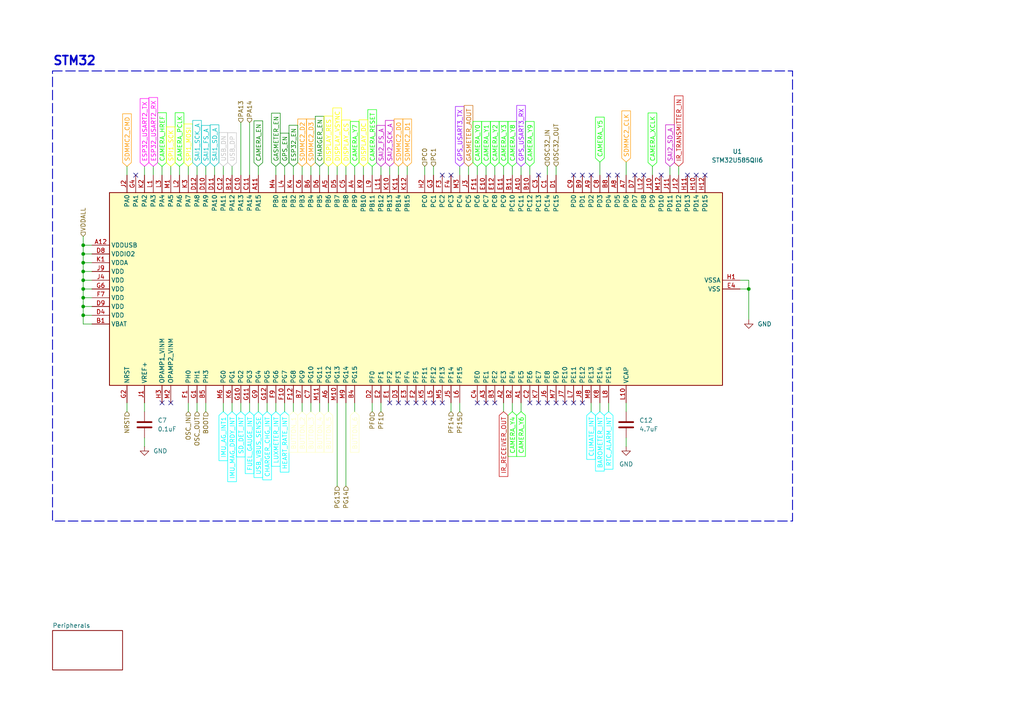
<source format=kicad_sch>
(kicad_sch (version 20250114) (generator "eeschema") (generator_version "9.0")
  (paper "A4")
  (title_block (title "HRVSTR") (date "2025-07-13") (rev "V1.0") (company "Smuggr"))
  (lib_symbols
    (symbol "Device:C" (pin_numbers (hide yes)) (pin_names (offset 0.254))
      (property "Reference" "C" (at 0.635 2.54 0))
      (property "Value" "C" (at 0.635 -2.54 0))
      (symbol "C_0_1"
        (polyline (pts (xy -2.032 0.762) (xy 2.032 0.762)) (stroke (width 0.508)))
        (polyline (pts (xy -2.032 -0.762) (xy 2.032 -0.762)) (stroke (width 0.508)))
      )
      (symbol "C_1_1"
        (pin passive line (at 0 3.81 270) (length 2.794) (name "~") (number "1"))
        (pin passive line (at 0 -3.81 90) (length 2.794) (name "~") (number "2"))
      )
    )
    (symbol "MCU_ST_STM32U5:STM32U585QIIx"
      (property "Reference" "U" (at -27.94 90.17 0))
      (property "Value" "STM32U585QIIx" (at 15.24 90.17 0))
      (symbol "STM32U585QIIx_0_1"
        (rectangle (start -27.94 -88.9) (end 27.94 88.9) (stroke (width 0.254)) (fill (type background)))
      )
      (symbol "STM32U585QIIx_1_1"
        (pin input line (at -33.02 83.82 0) (length 5.08) (name "NRST") (number "G2"))
        (pin input line (at -33.02 78.74 0) (length 5.08) (name "VREF+") (number "J1"))
        (pin bidirectional line (at -33.02 73.66 0) (length 5.08) (name "OPAMP1_VINM") (number "H3"))
        (pin bidirectional line (at -33.02 71.12 0) (length 5.08) (name "OPAMP2_VINM") (number "M2"))
        (pin bidirectional line (at -33.02 66.04 0) (length 5.08) (name "PH0") (number "F1"))
        (pin bidirectional line (at -33.02 63.5 0) (length 5.08) (name "PH1") (number "G1"))
        (pin bidirectional line (at -33.02 60.96 0) (length 5.08) (name "PH3") (number "B5"))
        (pin bidirectional line (at -33.02 55.88 0) (length 5.08) (name "PG0") (number "M6"))
        (pin bidirectional line (at -33.02 53.34 0) (length 5.08) (name "PG1") (number "K6"))
        (pin bidirectional line (at -33.02 50.8 0) (length 5.08) (name "PG2") (number "G10"))
        (pin bidirectional line (at -33.02 48.26 0) (length 5.08) (name "PG3") (number "G11"))
        (pin bidirectional line (at -33.02 45.72 0) (length 5.08) (name "PG4") (number "G9"))
        (pin bidirectional line (at -33.02 43.18 0) (length 5.08) (name "PG5") (number "G12"))
        (pin bidirectional line (at -33.02 40.64 0) (length 5.08) (name "PG6") (number "F9"))
        (pin bidirectional line (at -33.02 38.1 0) (length 5.08) (name "PG7") (number "F10"))
        (pin bidirectional line (at -33.02 35.56 0) (length 5.08) (name "PG8") (number "F12"))
        (pin bidirectional line (at -33.02 33.02 0) (length 5.08) (name "PG9") (number "B7"))
        (pin bidirectional line (at -33.02 30.48 0) (length 5.08) (name "PG10") (number "C7"))
        (pin bidirectional line (at -33.02 27.94 0) (length 5.08) (name "PG11") (number "M11"))
        (pin bidirectional line (at -33.02 25.4 0) (length 5.08) (name "PG12") (number "A6"))
        (pin bidirectional line (at -33.02 22.86 0) (length 5.08) (name "PG13") (number "M10"))
        (pin bidirectional line (at -33.02 20.32 0) (length 5.08) (name "PG14") (number "M9"))
        (pin bidirectional line (at -33.02 17.78 0) (length 5.08) (name "PG15") (number "B4"))
        (pin bidirectional line (at -33.02 12.7 0) (length 5.08) (name "PF0") (number "D2"))
        (pin bidirectional line (at -33.02 10.16 0) (length 5.08) (name "PF1") (number "E2"))
        (pin bidirectional line (at -33.02 7.62 0) (length 5.08) (name "PF2") (number "E1"))
        (pin bidirectional line (at -33.02 5.08 0) (length 5.08) (name "PF3") (number "D3"))
        (pin bidirectional line (at -33.02 2.54 0) (length 5.08) (name "PF4") (number "E3"))
        (pin bidirectional line (at -33.02 0 0) (length 5.08) (name "PF5") (number "F2"))
        (pin bidirectional line (at -33.02 -2.54 0) (length 5.08) (name "PF11") (number "K5"))
        (pin bidirectional line (at -33.02 -5.08 0) (length 5.08) (name "PF12") (number "L5"))
        (pin bidirectional line (at -33.02 -7.62 0) (length 5.08) (name "PF13") (number "M5"))
        (pin bidirectional line (at -33.02 -10.16 0) (length 5.08) (name "PF14") (number "J5"))
        (pin bidirectional line (at -33.02 -12.7 0) (length 5.08) (name "PF15") (number "L6"))
        (pin bidirectional line (at -33.02 -17.78 0) (length 5.08) (name "PE0") (number "C4"))
        (pin bidirectional line (at -33.02 -20.32 0) (length 5.08) (name "PE1") (number "A3"))
        (pin bidirectional line (at -33.02 -22.86 0) (length 5.08) (name "PE2") (number "B3"))
        (pin bidirectional line (at -33.02 -25.4 0) (length 5.08) (name "PE3") (number "A2"))
        (pin bidirectional line (at -33.02 -27.94 0) (length 5.08) (name "PE4") (number "B2"))
        (pin bidirectional line (at -33.02 -30.48 0) (length 5.08) (name "PE5") (number "A1"))
        (pin bidirectional line (at -33.02 -33.02 0) (length 5.08) (name "PE6") (number "C2"))
        (pin bidirectional line (at -33.02 -35.56 0) (length 5.08) (name "PE7") (number "K7"))
        (pin bidirectional line (at -33.02 -38.1 0) (length 5.08) (name "PE8") (number "J6"))
        (pin bidirectional line (at -33.02 -40.64 0) (length 5.08) (name "PE9") (number "M7"))
        (pin bidirectional line (at -33.02 -43.18 0) (length 5.08) (name "PE10") (number "J7"))
        (pin bidirectional line (at -33.02 -45.72 0) (length 5.08) (name "PE11") (number "L7"))
        (pin bidirectional line (at -33.02 -48.26 0) (length 5.08) (name "PE12") (number "J8"))
        (pin bidirectional line (at -33.02 -50.8 0) (length 5.08) (name "PE13") (number "M8"))
        (pin bidirectional line (at -33.02 -53.34 0) (length 5.08) (name "PE14") (number "K8"))
        (pin bidirectional line (at -33.02 -55.88 0) (length 5.08) (name "PE15") (number "L8"))
        (pin power_out line (at -33.02 -60.96 0) (length 5.08) (name "VCAP") (number "L10"))
        (pin power_in line (at -10.16 93.98 270) (length 5.08) (name "VBAT") (number "B1"))
        (pin power_in line (at -7.62 93.98 270) (length 5.08) (name "VDD") (number "D4"))
        (pin power_in line (at -5.08 93.98 270) (length 5.08) (name "VDD") (number "D9"))
        (pin power_in line (at -2.54 93.98 270) (length 5.08) (name "VDD") (number "F7"))
        (pin power_in line (at 0 93.98 270) (length 5.08) (name "VDD") (number "G6"))
        (pin power_in line (at 0 -93.98 90) (length 5.08) (name "VSS") (number "E4"))
        (pin passive line (at 0 -93.98 90) (length 5.08) (hide yes) (name "VSS") (number "E9"))
        (pin passive line (at 0 -93.98 90) (length 5.08) (hide yes) (name "VSS") (number "F6"))
        (pin passive line (at 0 -93.98 90) (length 5.08) (hide yes) (name "VSS") (number "G7"))
        (pin passive line (at 0 -93.98 90) (length 5.08) (hide yes) (name "VSS") (number "H4"))
        (pin passive line (at 0 -93.98 90) (length 5.08) (hide yes) (name "VSS") (number "H9"))
        (pin power_in line (at 2.54 93.98 270) (length 5.08) (name "VDD") (number "J4"))
        (pin power_in line (at 2.54 -93.98 90) (length 5.08) (name "VSSA") (number "H1"))
        (pin power_in line (at 5.08 93.98 270) (length 5.08) (name "VDD") (number "J9"))
        (pin power_in line (at 7.62 93.98 270) (length 5.08) (name "VDDA") (number "K1"))
        (pin power_in line (at 10.16 93.98 270) (length 5.08) (name "VDDIO2") (number "D8"))
        (pin power_in line (at 12.7 93.98 270) (length 5.08) (name "VDDUSB") (number "A12"))
        (pin bidirectional line (at 33.02 83.82 180) (length 5.08) (name "PA0") (number "J2"))
        (pin bidirectional line (at 33.02 81.28 180) (length 5.08) (name "PA1") (number "G4"))
        (pin bidirectional line (at 33.02 78.74 180) (length 5.08) (name "PA2") (number "K2"))
        (pin bidirectional line (at 33.02 76.2 180) (length 5.08) (name "PA3") (number "L1"))
        (pin bidirectional line (at 33.02 73.66 180) (length 5.08) (name "PA4") (number "L3"))
        (pin bidirectional line (at 33.02 71.12 180) (length 5.08) (name "PA5") (number "M1"))
        (pin bidirectional line (at 33.02 68.58 180) (length 5.08) (name "PA6") (number "L2"))
        (pin bidirectional line (at 33.02 66.04 180) (length 5.08) (name "PA7") (number "K3"))
        (pin bidirectional line (at 33.02 63.5 180) (length 5.08) (name "PA8") (number "D12"))
        (pin bidirectional line (at 33.02 60.96 180) (length 5.08) (name "PA9") (number "D10"))
        (pin bidirectional line (at 33.02 58.42 180) (length 5.08) (name "PA10") (number "D11"))
        (pin bidirectional line (at 33.02 55.88 180) (length 5.08) (name "PA11") (number "C12"))
        (pin bidirectional line (at 33.02 53.34 180) (length 5.08) (name "PA12") (number "B12"))
        (pin bidirectional line (at 33.02 50.8 180) (length 5.08) (name "PA13") (number "C10"))
        (pin bidirectional line (at 33.02 48.26 180) (length 5.08) (name "PA14") (number "C11"))
        (pin bidirectional line (at 33.02 45.72 180) (length 5.08) (name "PA15") (number "A11"))
        (pin bidirectional line (at 33.02 40.64 180) (length 5.08) (name "PB0") (number "M4"))
        (pin bidirectional line (at 33.02 38.1 180) (length 5.08) (name "PB1") (number "L4"))
        (pin bidirectional line (at 33.02 35.56 180) (length 5.08) (name "PB2") (number "K4"))
        (pin bidirectional line (at 33.02 33.02 180) (length 5.08) (name "PB3") (number "C6"))
        (pin bidirectional line (at 33.02 30.48 180) (length 5.08) (name "PB4") (number "B6"))
        (pin bidirectional line (at 33.02 27.94 180) (length 5.08) (name "PB5") (number "D6"))
        (pin bidirectional line (at 33.02 25.4 180) (length 5.08) (name "PB6") (number "A5"))
        (pin bidirectional line (at 33.02 22.86 180) (length 5.08) (name "PB7") (number "D5"))
        (pin bidirectional line (at 33.02 20.32 180) (length 5.08) (name "PB8") (number "C5"))
        (pin bidirectional line (at 33.02 17.78 180) (length 5.08) (name "PB9") (number "A4"))
        (pin bidirectional line (at 33.02 15.24 180) (length 5.08) (name "PB10") (number "K9"))
        (pin bidirectional line (at 33.02 12.7 180) (length 5.08) (name "PB11") (number "L9"))
        (pin bidirectional line (at 33.02 10.16 180) (length 5.08) (name "PB12") (number "L11"))
        (pin bidirectional line (at 33.02 7.62 180) (length 5.08) (name "PB13") (number "K10"))
        (pin bidirectional line (at 33.02 5.08 180) (length 5.08) (name "PB14") (number "K11"))
        (pin bidirectional line (at 33.02 2.54 180) (length 5.08) (name "PB15") (number "K12"))
        (pin bidirectional line (at 33.02 -2.54 180) (length 5.08) (name "PC0") (number "H2"))
        (pin bidirectional line (at 33.02 -5.08 180) (length 5.08) (name "PC1") (number "G3"))
        (pin bidirectional line (at 33.02 -7.62 180) (length 5.08) (name "PC2") (number "F3"))
        (pin bidirectional line (at 33.02 -10.16 180) (length 5.08) (name "PC3") (number "F4"))
        (pin bidirectional line (at 33.02 -12.7 180) (length 5.08) (name "PC4") (number "M3"))
        (pin bidirectional line (at 33.02 -15.24 180) (length 5.08) (name "PC5") (number "J3"))
        (pin bidirectional line (at 33.02 -17.78 180) (length 5.08) (name "PC6") (number "F11"))
        (pin bidirectional line (at 33.02 -20.32 180) (length 5.08) (name "PC7") (number "E10"))
        (pin bidirectional line (at 33.02 -22.86 180) (length 5.08) (name "PC8") (number "E12"))
        (pin bidirectional line (at 33.02 -25.4 180) (length 5.08) (name "PC9") (number "E11"))
        (pin bidirectional line (at 33.02 -27.94 180) (length 5.08) (name "PC10") (number "B11"))
        (pin bidirectional line (at 33.02 -30.48 180) (length 5.08) (name "PC11") (number "A10"))
        (pin bidirectional line (at 33.02 -33.02 180) (length 5.08) (name "PC12") (number "B10"))
        (pin bidirectional line (at 33.02 -35.56 180) (length 5.08) (name "PC13") (number "C3"))
        (pin bidirectional line (at 33.02 -38.1 180) (length 5.08) (name "PC14") (number "C1"))
        (pin bidirectional line (at 33.02 -40.64 180) (length 5.08) (name "PC15") (number "D1"))
        (pin bidirectional line (at 33.02 -45.72 180) (length 5.08) (name "PD0") (number "C9"))
        (pin bidirectional line (at 33.02 -48.26 180) (length 5.08) (name "PD1") (number "B9"))
        (pin bidirectional line (at 33.02 -50.8 180) (length 5.08) (name "PD2") (number "A9"))
        (pin bidirectional line (at 33.02 -53.34 180) (length 5.08) (name "PD3") (number "C8"))
        (pin bidirectional line (at 33.02 -55.88 180) (length 5.08) (name "PD4") (number "B8"))
        (pin bidirectional line (at 33.02 -58.42 180) (length 5.08) (name "PD5") (number "A8"))
        (pin bidirectional line (at 33.02 -60.96 180) (length 5.08) (name "PD6") (number "A7"))
        (pin bidirectional line (at 33.02 -63.5 180) (length 5.08) (name "PD7") (number "D7"))
        (pin bidirectional line (at 33.02 -66.04 180) (length 5.08) (name "PD8") (number "L12"))
        (pin bidirectional line (at 33.02 -68.58 180) (length 5.08) (name "PD9") (number "J10"))
        (pin bidirectional line (at 33.02 -71.12 180) (length 5.08) (name "PD10") (number "M12"))
        (pin bidirectional line (at 33.02 -73.66 180) (length 5.08) (name "PD11") (number "J11"))
        (pin bidirectional line (at 33.02 -76.2 180) (length 5.08) (name "PD12") (number "J12"))
        (pin bidirectional line (at 33.02 -78.74 180) (length 5.08) (name "PD13") (number "H11"))
        (pin bidirectional line (at 33.02 -81.28 180) (length 5.08) (name "PD14") (number "H10"))
        (pin bidirectional line (at 33.02 -83.82 180) (length 5.08) (name "PD15") (number "H12"))
      )
    )
    (symbol "power:GND" (power) (pin_numbers (hide yes)) (pin_names (offset 0) (hide yes))
      (property "Value" "GND" (at 0 -3.81 0))
      (symbol "GND_0_1"
        (polyline (pts (xy 0 0) (xy 0 -1.27) (xy 1.27 -1.27) (xy 0 -2.54) (xy -1.27 -1.27) (xy 0 -1.27)))
      )
      (symbol "GND_1_1"
        (pin power_in line (at 0 0 270) (length 0) (name "~") (number "1"))
      )
    )
  )
  (rectangle (start 15.24 20.574) (end 229.87 151.13) (stroke (width 0.254) (type dash)))
  (text "STM32" (at 15.24 17.78 0) (effects (font (size 2.54 2.54) (thickness 0.508) (bold yes)) (justify left)))
  (junction (at 24.13 78.74))
  (junction (at 24.13 88.9))
  (junction (at 24.13 73.66))
  (junction (at 24.13 76.2))
  (junction (at 24.13 81.28))
  (junction (at 217.17 83.82))
  (junction (at 24.13 91.44))
  (junction (at 24.13 71.12))
  (junction (at 24.13 83.82))
  (junction (at 24.13 86.36))
  (no_connect (at 153.67 116.84))
  (no_connect (at 138.43 116.84))
  (no_connect (at 130.81 50.8))
  (no_connect (at 184.15 50.8))
  (no_connect (at 39.37 50.8))
  (no_connect (at 115.57 116.84))
  (no_connect (at 166.37 116.84))
  (no_connect (at 163.83 116.84))
  (no_connect (at 113.03 116.84))
  (no_connect (at 143.51 116.84))
  (no_connect (at 168.91 116.84))
  (no_connect (at 186.69 50.8))
  (no_connect (at 128.27 116.84))
  (no_connect (at 125.73 116.84))
  (no_connect (at 118.11 116.84))
  (no_connect (at 123.19 116.84))
  (no_connect (at 168.91 50.8))
  (no_connect (at 156.21 116.84))
  (no_connect (at 204.47 50.8))
  (no_connect (at 46.99 116.84))
  (no_connect (at 161.29 116.84))
  (no_connect (at 156.21 50.8))
  (no_connect (at 128.27 50.8))
  (no_connect (at 201.93 50.8))
  (no_connect (at 120.65 116.84))
  (no_connect (at 140.97 116.84))
  (no_connect (at 158.75 116.84))
  (no_connect (at 199.39 50.8))
  (no_connect (at 166.37 50.8))
  (no_connect (at 179.07 50.8))
  (no_connect (at 176.53 50.8))
  (no_connect (at 171.45 50.8))
  (no_connect (at 49.53 116.84))
  (no_connect (at 191.77 50.8))
  (wire (pts (xy 36.83 48.26) (xy 36.83 50.8)))
  (wire (pts (xy 217.17 92.71) (xy 217.17 83.82)))
  (wire (pts (xy 57.15 48.26) (xy 57.15 50.8)))
  (wire (pts (xy 189.23 50.8) (xy 189.23 48.26)))
  (wire (pts (xy 171.45 116.84) (xy 171.45 119.38)))
  (wire (pts (xy 26.67 81.28) (xy 24.13 81.28)))
  (wire (pts (xy 140.97 48.26) (xy 140.97 50.8)))
  (wire (pts (xy 95.25 48.26) (xy 95.25 50.8)))
  (wire (pts (xy 24.13 88.9) (xy 24.13 91.44)))
  (wire (pts (xy 138.43 48.26) (xy 138.43 50.8)))
  (wire (pts (xy 92.71 116.84) (xy 92.71 119.38)))
  (wire (pts (xy 143.51 48.26) (xy 143.51 50.8)))
  (wire (pts (xy 74.93 48.26) (xy 74.93 50.8)))
  (wire (pts (xy 161.29 48.26) (xy 161.29 50.8)))
  (wire (pts (xy 107.95 48.26) (xy 107.95 50.8)))
  (wire (pts (xy 87.63 116.84) (xy 87.63 119.38)))
  (wire (pts (xy 100.33 48.26) (xy 100.33 50.8)))
  (wire (pts (xy 26.67 78.74) (xy 24.13 78.74)))
  (wire (pts (xy 181.61 46.99) (xy 181.61 50.8)))
  (wire (pts (xy 64.77 48.26) (xy 64.77 50.8)))
  (wire (pts (xy 102.87 116.84) (xy 102.87 119.38)))
  (wire (pts (xy 54.61 119.38) (xy 54.61 116.84)))
  (wire (pts (xy 26.67 93.98) (xy 24.13 93.98)))
  (wire (pts (xy 133.35 116.84) (xy 133.35 119.38)))
  (wire (pts (xy 130.81 116.84) (xy 130.81 119.38)))
  (wire (pts (xy 62.23 48.26) (xy 62.23 50.8)))
  (wire (pts (xy 105.41 48.26) (xy 105.41 50.8)))
  (wire (pts (xy 151.13 48.26) (xy 151.13 50.8)))
  (wire (pts (xy 196.85 48.26) (xy 196.85 50.8)))
  (wire (pts (xy 69.85 116.84) (xy 69.85 119.38)))
  (wire (pts (xy 46.99 48.26) (xy 46.99 50.8)))
  (wire (pts (xy 24.13 83.82) (xy 24.13 86.36)))
  (wire (pts (xy 102.87 48.26) (xy 102.87 50.8)))
  (wire (pts (xy 67.31 48.26) (xy 67.31 50.8)))
  (wire (pts (xy 97.79 48.26) (xy 97.79 50.8)))
  (wire (pts (xy 64.77 116.84) (xy 64.77 119.38)))
  (wire (pts (xy 67.31 116.84) (xy 67.31 119.38)))
  (wire (pts (xy 69.85 35.56) (xy 69.85 50.8)))
  (wire (pts (xy 72.39 116.84) (xy 72.39 119.38)))
  (wire (pts (xy 90.17 116.84) (xy 90.17 119.38)))
  (wire (pts (xy 110.49 116.84) (xy 110.49 119.38)))
  (wire (pts (xy 41.91 116.84) (xy 41.91 119.38)))
  (wire (pts (xy 110.49 48.26) (xy 110.49 50.8)))
  (wire (pts (xy 24.13 76.2) (xy 24.13 78.74)))
  (wire (pts (xy 92.71 48.26) (xy 92.71 50.8)))
  (wire (pts (xy 158.75 48.26) (xy 158.75 50.8)))
  (wire (pts (xy 97.79 116.84) (xy 97.79 140.97)))
  (wire (pts (xy 77.47 116.84) (xy 77.47 119.38)))
  (wire (pts (xy 74.93 116.84) (xy 74.93 119.38)))
  (wire (pts (xy 214.63 81.28) (xy 217.17 81.28)))
  (wire (pts (xy 181.61 127) (xy 181.61 129.54)))
  (wire (pts (xy 24.13 68.58) (xy 24.13 71.12)))
  (wire (pts (xy 52.07 48.26) (xy 52.07 50.8)))
  (wire (pts (xy 133.35 48.26) (xy 133.35 50.8)))
  (wire (pts (xy 87.63 48.26) (xy 87.63 50.8)))
  (wire (pts (xy 194.31 48.26) (xy 194.31 50.8)))
  (wire (pts (xy 135.89 48.26) (xy 135.89 50.8)))
  (wire (pts (xy 26.67 71.12) (xy 24.13 71.12)))
  (wire (pts (xy 173.99 46.99) (xy 173.99 50.8)))
  (wire (pts (xy 36.83 119.38) (xy 36.83 116.84)))
  (wire (pts (xy 26.67 73.66) (xy 24.13 73.66)))
  (wire (pts (xy 123.19 48.26) (xy 123.19 50.8)))
  (wire (pts (xy 59.69 119.38) (xy 59.69 116.84)))
  (wire (pts (xy 176.53 116.84) (xy 176.53 119.38)))
  (wire (pts (xy 41.91 127) (xy 41.91 129.54)))
  (wire (pts (xy 80.01 116.84) (xy 80.01 119.38)))
  (wire (pts (xy 24.13 93.98) (xy 24.13 91.44)))
  (wire (pts (xy 59.69 48.26) (xy 59.69 50.8)))
  (wire (pts (xy 26.67 86.36) (xy 24.13 86.36)))
  (wire (pts (xy 151.13 116.84) (xy 151.13 119.38)))
  (wire (pts (xy 125.73 48.26) (xy 125.73 50.8)))
  (wire (pts (xy 49.53 48.26) (xy 49.53 50.8)))
  (wire (pts (xy 44.45 48.26) (xy 44.45 50.8)))
  (wire (pts (xy 146.05 48.26) (xy 146.05 50.8)))
  (wire (pts (xy 24.13 73.66) (xy 24.13 76.2)))
  (wire (pts (xy 153.67 48.26) (xy 153.67 50.8)))
  (wire (pts (xy 217.17 83.82) (xy 214.63 83.82)))
  (wire (pts (xy 82.55 48.26) (xy 82.55 50.8)))
  (wire (pts (xy 115.57 48.26) (xy 115.57 50.8)))
  (wire (pts (xy 148.59 48.26) (xy 148.59 50.8)))
  (wire (pts (xy 90.17 48.26) (xy 90.17 50.8)))
  (wire (pts (xy 57.15 119.38) (xy 57.15 116.84)))
  (wire (pts (xy 26.67 88.9) (xy 24.13 88.9)))
  (wire (pts (xy 107.95 116.84) (xy 107.95 119.38)))
  (wire (pts (xy 72.39 35.56) (xy 72.39 50.8)))
  (wire (pts (xy 95.25 116.84) (xy 95.25 119.38)))
  (wire (pts (xy 113.03 48.26) (xy 113.03 50.8)))
  (wire (pts (xy 80.01 48.26) (xy 80.01 50.8)))
  (wire (pts (xy 148.59 116.84) (xy 148.59 119.38)))
  (wire (pts (xy 146.05 116.84) (xy 146.05 119.38)))
  (wire (pts (xy 24.13 86.36) (xy 24.13 88.9)))
  (wire (pts (xy 100.33 116.84) (xy 100.33 140.97)))
  (wire (pts (xy 24.13 71.12) (xy 24.13 73.66)))
  (wire (pts (xy 41.91 48.26) (xy 41.91 50.8)))
  (wire (pts (xy 26.67 83.82) (xy 24.13 83.82)))
  (wire (pts (xy 85.09 48.26) (xy 85.09 50.8)))
  (wire (pts (xy 173.99 116.84) (xy 173.99 119.38)))
  (wire (pts (xy 118.11 48.26) (xy 118.11 50.8)))
  (wire (pts (xy 181.61 116.84) (xy 181.61 119.38)))
  (wire (pts (xy 24.13 81.28) (xy 24.13 83.82)))
  (wire (pts (xy 54.61 48.26) (xy 54.61 50.8)))
  (wire (pts (xy 24.13 78.74) (xy 24.13 81.28)))
  (wire (pts (xy 82.55 116.84) (xy 82.55 119.38)))
  (wire (pts (xy 85.09 116.84) (xy 85.09 119.38)))
  (wire (pts (xy 24.13 91.44) (xy 26.67 91.44)))
  (wire (pts (xy 26.67 76.2) (xy 24.13 76.2)))
  (wire (pts (xy 217.17 81.28) (xy 217.17 83.82)))
  (global_label "SD_DET_INT" (shape input) (at 69.85 119.38 270) (property "Intersheetrefs" "${INTERSHEET_REFS}" (effects (hide yes))))
  (global_label "SAI2_FS_A" (shape input) (at 110.49 48.26 90) (property "Intersheetrefs" "${INTERSHEET_REFS}" (effects (hide yes))))
  (global_label "CAMERA_HREF" (shape input) (at 46.99 48.26 90) (property "Intersheetrefs" "${INTERSHEET_REFS}" (effects (hide yes))))
  (global_label "SDMMC2_D2" (shape input) (at 87.63 48.26 90) (property "Intersheetrefs" "${INTERSHEET_REFS}" (effects (hide yes))))
  (global_label "DISPLAY_RES" (shape input) (at 95.25 48.26 90) (property "Intersheetrefs" "${INTERSHEET_REFS}" (effects (hide yes))))
  (global_label "CAMERA_Y5" (shape input) (at 173.99 46.99 90) (property "Intersheetrefs" "${INTERSHEET_REFS}" (effects (hide yes))))
  (global_label "SDMMC2_CMD" (shape input) (at 36.83 48.26 90) (property "Intersheetrefs" "${INTERSHEET_REFS}" (effects (hide yes))))
  (global_label "SDMMC2_D3" (shape input) (at 90.17 48.26 90) (property "Intersheetrefs" "${INTERSHEET_REFS}" (effects (hide yes))))
  (global_label "CAMERA_Y4" (shape input) (at 148.59 119.38 270) (property "Intersheetrefs" "${INTERSHEET_REFS}" (effects (hide yes))))
  (global_label "GPS_EN" (shape input) (at 82.55 48.26 90) (property "Intersheetrefs" "${INTERSHEET_REFS}" (effects (hide yes))))
  (global_label "DISPLAY_CS" (shape input) (at 100.33 48.26 90) (property "Intersheetrefs" "${INTERSHEET_REFS}" (effects (hide yes))))
  (global_label "GPS_USART3_TX" (shape input) (at 133.35 48.26 90) (property "Intersheetrefs" "${INTERSHEET_REFS}" (effects (hide yes))))
  (global_label "GASMETER_EN" (shape input) (at 80.01 48.26 90) (property "Intersheetrefs" "${INTERSHEET_REFS}" (effects (hide yes))))
  (global_label "BUTTON_5" (shape input) (at 95.25 119.38 270) (property "Intersheetrefs" "${INTERSHEET_REFS}" (effects (hide yes))))
  (global_label "IMU_MAG_DRDY_INT" (shape input) (at 67.31 119.38 270) (property "Intersheetrefs" "${INTERSHEET_REFS}" (effects (hide yes))))
  (global_label "BAROMETER_INT" (shape input) (at 173.99 119.38 270) (property "Intersheetrefs" "${INTERSHEET_REFS}" (effects (hide yes))))
  (global_label "SAI2_SD_A" (shape input) (at 194.31 48.26 90) (property "Intersheetrefs" "${INTERSHEET_REFS}" (effects (hide yes))))
  (global_label "USB_DP" (shape input) (at 67.31 48.26 90) (property "Intersheetrefs" "${INTERSHEET_REFS}" (effects (hide yes))))
  (global_label "SDMMC2_D1" (shape input) (at 118.11 48.26 90) (property "Intersheetrefs" "${INTERSHEET_REFS}" (effects (hide yes))))
  (global_label "SDMMC2_CLK" (shape input) (at 181.61 46.99 90) (property "Intersheetrefs" "${INTERSHEET_REFS}" (effects (hide yes))))
  (global_label "BUTTON_2" (shape input) (at 87.63 119.38 270) (property "Intersheetrefs" "${INTERSHEET_REFS}" (effects (hide yes))))
  (global_label "BUTTON_6" (shape input) (at 102.87 119.38 270) (property "Intersheetrefs" "${INTERSHEET_REFS}" (effects (hide yes))))
  (global_label "LUXMETER_INT" (shape input) (at 80.01 119.38 270) (property "Intersheetrefs" "${INTERSHEET_REFS}" (effects (hide yes))))
  (global_label "RTC_ALARM_INT" (shape input) (at 176.53 119.38 270) (property "Intersheetrefs" "${INTERSHEET_REFS}" (effects (hide yes))))
  (global_label "CAMERA_XCLK" (shape input) (at 189.23 48.26 90) (property "Intersheetrefs" "${INTERSHEET_REFS}" (effects (hide yes))))
  (global_label "IMU_AG_INT1" (shape input) (at 64.77 119.38 270) (property "Intersheetrefs" "${INTERSHEET_REFS}" (effects (hide yes))))
  (global_label "IR_TRANSMITTER_IN" (shape input) (at 196.85 48.26 90) (property "Intersheetrefs" "${INTERSHEET_REFS}" (effects (hide yes))))
  (global_label "CAMERA_EN" (shape input) (at 74.93 48.26 90) (property "Intersheetrefs" "${INTERSHEET_REFS}" (effects (hide yes))))
  (global_label "SPI1_MOSI" (shape input) (at 54.61 48.26 90) (property "Intersheetrefs" "${INTERSHEET_REFS}" (effects (hide yes))))
  (global_label "USB_DN" (shape input) (at 64.77 48.26 90) (property "Intersheetrefs" "${INTERSHEET_REFS}" (effects (hide yes))))
  (global_label "CAMERA_Y3" (shape input) (at 146.05 48.26 90) (property "Intersheetrefs" "${INTERSHEET_REFS}" (effects (hide yes))))
  (global_label "SAI1_SCK_A" (shape input) (at 57.15 48.26 90) (property "Intersheetrefs" "${INTERSHEET_REFS}" (effects (hide yes))))
  (global_label "CAMERA_Y6" (shape input) (at 151.13 119.38 270) (property "Intersheetrefs" "${INTERSHEET_REFS}" (effects (hide yes))))
  (global_label "GPS_USART3_RX" (shape input) (at 151.13 48.26 90) (property "Intersheetrefs" "${INTERSHEET_REFS}" (effects (hide yes))))
  (global_label "FUEL_GAUGE_INT" (shape input) (at 72.39 119.38 270) (property "Intersheetrefs" "${INTERSHEET_REFS}" (effects (hide yes))))
  (global_label "DISPLAY_VSYNC" (shape input) (at 97.79 48.26 90) (property "Intersheetrefs" "${INTERSHEET_REFS}" (effects (hide yes))))
  (global_label "CLIMATE_INT" (shape input) (at 171.45 119.38 270) (property "Intersheetrefs" "${INTERSHEET_REFS}" (effects (hide yes))))
  (global_label "BUTTON_4" (shape input) (at 92.71 119.38 270) (property "Intersheetrefs" "${INTERSHEET_REFS}" (effects (hide yes))))
  (global_label "CAMERA_Y9" (shape input) (at 153.67 48.26 90) (property "Intersheetrefs" "${INTERSHEET_REFS}" (effects (hide yes))))
  (global_label "SAI2_SCK_A" (shape input) (at 113.03 48.26 90) (property "Intersheetrefs" "${INTERSHEET_REFS}" (effects (hide yes))))
  (global_label "CAMERA_PCLK" (shape input) (at 52.07 48.26 90) (property "Intersheetrefs" "${INTERSHEET_REFS}" (effects (hide yes))))
  (global_label "SAI1_FS_A" (shape input) (at 59.69 48.26 90) (property "Intersheetrefs" "${INTERSHEET_REFS}" (effects (hide yes))))
  (global_label "ESP32_USART2_TX" (shape input) (at 41.91 48.26 90) (property "Intersheetrefs" "${INTERSHEET_REFS}" (effects (hide yes))))
  (global_label "CAMERA_Y8" (shape input) (at 148.59 48.26 90) (property "Intersheetrefs" "${INTERSHEET_REFS}" (effects (hide yes))))
  (global_label "CAMERA_Y1" (shape input) (at 140.97 48.26 90) (property "Intersheetrefs" "${INTERSHEET_REFS}" (effects (hide yes))))
  (global_label "IR_RECEIVER_OUT" (shape input) (at 146.05 119.38 270) (property "Intersheetrefs" "${INTERSHEET_REFS}" (effects (hide yes))))
  (global_label "CAMERA_Y2" (shape input) (at 143.51 48.26 90) (property "Intersheetrefs" "${INTERSHEET_REFS}" (effects (hide yes))))
  (global_label "BUTTON_1" (shape input) (at 85.09 119.38 270) (property "Intersheetrefs" "${INTERSHEET_REFS}" (effects (hide yes))))
  (global_label "ESP32_EN" (shape input) (at 85.09 48.26 90) (property "Intersheetrefs" "${INTERSHEET_REFS}" (effects (hide yes))))
  (global_label "HEART_RATE_INT" (shape input) (at 82.55 119.38 270) (property "Intersheetrefs" "${INTERSHEET_REFS}" (effects (hide yes))))
  (global_label "BUTTON_3" (shape input) (at 90.17 119.38 270) (property "Intersheetrefs" "${INTERSHEET_REFS}" (effects (hide yes))))
  (global_label "CHARGER_EN" (shape input) (at 92.71 48.26 90) (property "Intersheetrefs" "${INTERSHEET_REFS}" (effects (hide yes))))
  (global_label "USB_VBUS_SENSE" (shape input) (at 74.93 119.38 270) (property "Intersheetrefs" "${INTERSHEET_REFS}" (effects (hide yes))))
  (global_label "ESP32_USART2_RX" (shape input) (at 44.45 48.26 90) (property "Intersheetrefs" "${INTERSHEET_REFS}" (effects (hide yes))))
  (global_label "SPI1_SCK" (shape input) (at 49.53 48.26 90) (property "Intersheetrefs" "${INTERSHEET_REFS}" (effects (hide yes))))
  (global_label "CAMERA_Y0" (shape input) (at 138.43 48.26 90) (property "Intersheetrefs" "${INTERSHEET_REFS}" (effects (hide yes))))
  (global_label "SAI1_SD_A" (shape input) (at 62.23 48.26 90) (property "Intersheetrefs" "${INTERSHEET_REFS}" (effects (hide yes))))
  (global_label "SDMMC2_D0" (shape input) (at 115.57 48.26 90) (property "Intersheetrefs" "${INTERSHEET_REFS}" (effects (hide yes))))
  (global_label "CAMERA_RESET" (shape input) (at 107.95 48.26 90) (property "Intersheetrefs" "${INTERSHEET_REFS}" (effects (hide yes))))
  (global_label "DISPLAY_DC" (shape input) (at 105.41 48.26 90) (property "Intersheetrefs" "${INTERSHEET_REFS}" (effects (hide yes))))
  (global_label "CAMERA_Y7" (shape input) (at 102.87 48.26 90) (property "Intersheetrefs" "${INTERSHEET_REFS}" (effects (hide yes))))
  (global_label "GASMETER_AOUT" (shape input) (at 135.89 48.26 90) (property "Intersheetrefs" "${INTERSHEET_REFS}" (effects (hide yes))))
  (global_label "CHARGER_CHG_INT" (shape input) (at 77.47 119.38 270) (property "Intersheetrefs" "${INTERSHEET_REFS}" (effects (hide yes))))
  (hierarchical_label "OSC32_IN" (shape input) (at 158.75 48.26 90))
  (hierarchical_label "PF0" (shape input) (at 107.95 119.38 270))
  (hierarchical_label "PF1" (shape input) (at 110.49 119.38 270))
  (hierarchical_label "OSC_IN" (shape input) (at 54.61 119.38 270))
  (hierarchical_label "PF14" (shape input) (at 130.81 119.38 270))
  (hierarchical_label "OSC_OUT" (shape input) (at 57.15 119.38 270))
  (hierarchical_label "PG14" (shape input) (at 100.33 140.97 270))
  (hierarchical_label "BOOT" (shape input) (at 59.69 119.38 270))
  (hierarchical_label "PG13" (shape input) (at 97.79 140.97 270))
  (hierarchical_label "PA13" (shape input) (at 69.85 35.56 90))
  (hierarchical_label "PC0" (shape input) (at 123.19 48.26 90))
  (hierarchical_label "PF15" (shape input) (at 133.35 119.38 270))
  (hierarchical_label "PA14" (shape input) (at 72.39 35.56 90))
  (hierarchical_label "PC1" (shape input) (at 125.73 48.26 90))
  (hierarchical_label "NRST" (shape input) (at 36.83 119.38 270))
  (hierarchical_label "OSC32_OUT" (shape input) (at 161.29 48.26 90))
  (hierarchical_label "VDDALL" (shape input) (at 24.13 68.58 90))
  (symbol (lib_id "power:GND") (at 181.61 129.54 0) (unit 1)
    (property "Reference" "#PWR018" (effects (hide yes)))
    (property "Value" "GND" (at 181.61 134.62 0))
    (property "Description" "Power symbol creates a global label with name \"GND\" , ground" (effects (hide yes)))
  )
  (symbol (lib_id "power:GND") (at 41.91 129.54 0) (unit 1)
    (property "Reference" "#PWR015" (effects (hide yes)))
    (property "Value" "GND" (at 44.45 130.8099 0) (effects (justify left)))
    (property "Description" "Power symbol creates a global label with name \"GND\" , ground" (effects (hide yes)))
  )
  (symbol (lib_id "Device:C") (at 41.91 123.19 0) (unit 1)
    (property "Reference" "C7" (at 45.72 121.9199 0) (effects (justify left)))
    (property "Value" "0.1uF" (at 45.72 124.4599 0) (effects (justify left)))
    (property "Description" "Unpolarized capacitor" (effects (hide yes)))
  )
  (symbol (lib_id "Device:C") (at 181.61 123.19 0) (unit 1)
    (property "Reference" "C12" (at 185.42 121.9199 0) (effects (justify left)))
    (property "Value" "4.7uF" (at 185.42 124.4599 0) (effects (justify left)))
    (property "Description" "Unpolarized capacitor" (effects (hide yes)))
  )
  (symbol (lib_id "power:GND") (at 217.17 92.71 0) (unit 1)
    (property "Reference" "#PWR019" (effects (hide yes)))
    (property "Value" "GND" (at 219.71 93.9799 0) (effects (justify left)))
    (property "Description" "Power symbol creates a global label with name \"GND\" , ground" (effects (hide yes)))
  )
  (symbol (lib_id "MCU_ST_STM32U5:STM32U585QIIx") (at 120.65 83.82 90) (unit 1)
    (property "Reference" "U1" (at 213.868 43.942 90))
    (property "Value" "STM32U585QII6" (at 213.868 46.482 90))
    (property "Footprint" "Package_BGA:UFBGA-132_7x7mm_Layout12x12_P0.5mm" (effects (hide yes)))
    (property "Datasheet" "https://www.st.com/resource/en/datasheet/stm32u585qi.pdf" (effects (hide yes)))
    (property "Description" "STMicroelectronics Arm Cortex-M33 MCU, 2048KB flash, 786KB RAM, 160 MHz, 1.71-3.6V, 110 GPIO, UFBGA132" (effects (hide yes)))
  )
  (sheet (at 15.24 182.88) (size 20.32 11.43) (stroke (width 0.1524))
    (property "Sheetname" "Peripherals" (at 15.24 182.1684 0) (effects (justify left bottom)))
    (property "Sheetfile" "stm32_peripherals.kicad_sch" (effects (hide yes)))
  )
)
</source>
